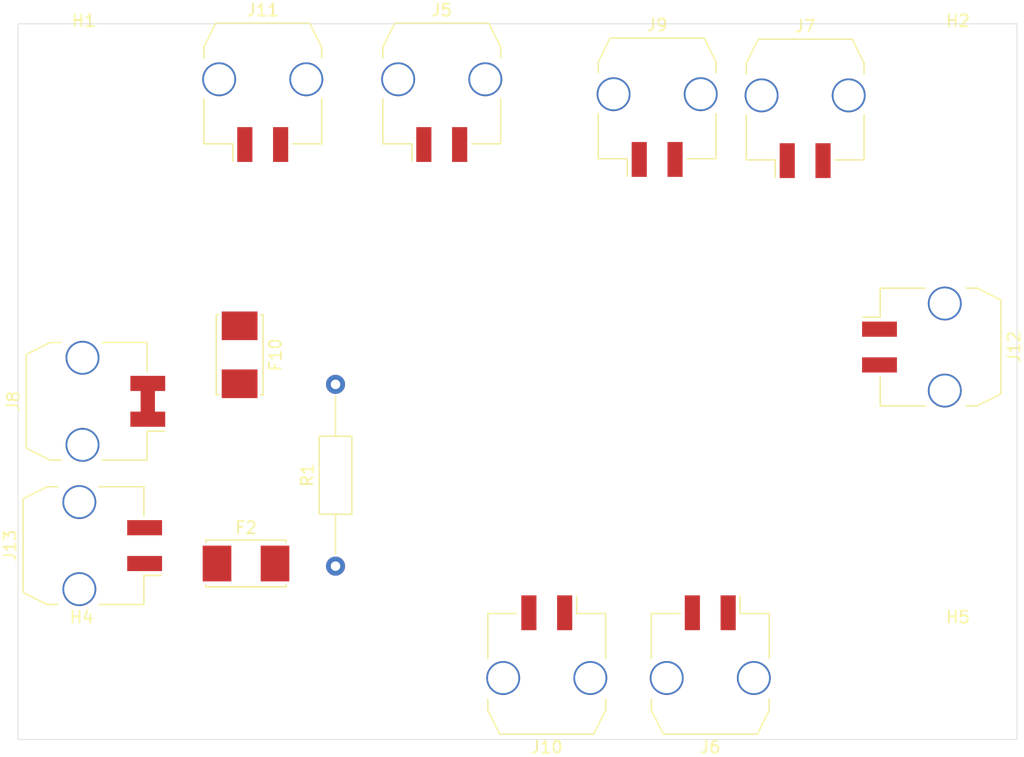
<source format=kicad_pcb>
(kicad_pcb (version 20241229) (generator "pcbnew") (generator_version "9.0")
  (layers (0 "F.Cu" signal) (2 "B.Cu" signal) (13 "F.Paste" user) (15 "B.Paste" user) (5 "F.SilkS" user "F.Silkscreen") (7 "B.SilkS" user "B.Silkscreen") (1 "F.Mask" user) (3 "B.Mask" user) (25 "Edge.Cuts" user))
  (net 0 "")
  (net 1 "/precharge")
  (net 2 "Net-(F2-Pad2)")
  (net 3 "/fused_TS+")
  (net 4 "TS+")
  (net 5 "TS-")
  (footprint "Connector_Molex:Molex_Micro-Fit_3.0_43650-0210_1x02-1MP_P3.00mm_Horizontal_PnP" (layer "F.Cu") (at 84.985 113.75 90)
    (property "Reference" "J13" (at 0 -6.15 90) (layer "F.SilkS"))
    (property "Value" "AIR+")
    (fp_line (start 3.935 -5.06) (end 4.935 -3.06) (stroke (width 0.12)) (layer "F.SilkS"))
    (fp_line (start 0 -5.06) (end 3.935 -5.06) (stroke (width 0.12)) (layer "F.SilkS"))
    (fp_line (start 0 -5.06) (end -3.935 -5.06) (stroke (width 0.12)) (layer "F.SilkS"))
    (fp_line (start -3.935 -5.06) (end -4.935 -3.06) (stroke (width 0.12)) (layer "F.SilkS"))
    (fp_line (start 4.935 -3.06) (end 4.935 -2.14) (stroke (width 0.12)) (layer "F.SilkS"))
    (fp_line (start -4.935 -3.06) (end -4.935 -2.14) (stroke (width 0.12)) (layer "F.SilkS"))
    (fp_line (start 4.935 1.29) (end 4.935 5.06) (stroke (width 0.12)) (layer "F.SilkS"))
    (fp_line (start -4.935 1.29) (end -4.935 5.06) (stroke (width 0.12)) (layer "F.SilkS"))
    (fp_line (start 4.935 5.06) (end 2.505 5.06) (stroke (width 0.12)) (layer "F.SilkS"))
    (fp_line (start -2.505 5.06) (end -2.505 6.52) (stroke (width 0.12)) (layer "F.SilkS"))
    (fp_line (start -4.935 5.06) (end -2.505 5.06) (stroke (width 0.12)) (layer "F.SilkS"))
    (pad "1" smd rect (at -1.5 5.12 90) (size 1.27 2.92) (layers "F.Cu" "F.Mask" "F.Paste") (net 1 "/precharge"))
    (pad "2" smd rect (at 1.5 5.12 90) (size 1.27 2.92) (layers "F.Cu" "F.Mask" "F.Paste") (net 1 "/precharge"))
    (pad "MP" thru_hole circle (at -3.65 -0.35 90) (size 2.84 2.84) (drill 2.54) (property pad_prop_heatsink) (layers "*.Cu" "*.Mask"))
    (pad "MP" thru_hole circle (at 3.65 -0.35 90) (size 2.84 2.84) (drill 2.54) (property pad_prop_heatsink) (layers "*.Cu" "*.Mask"))
  )
  (footprint "Fuse:Fuseholder_Littelfuse_Nano2_157x" (layer "F.Cu") (at 98.065 97.75 -90)
    (property "Reference" "F10" (at 0 -3 90) (layer "F.SilkS"))
    (property "Value" "Fuse")
    (fp_line (start -3.36 1.96) (end 3.36 1.96) (stroke (width 0.12)) (layer "F.SilkS"))
    (fp_line (start -3.36 1.76) (end -3.36 1.96) (stroke (width 0.12)) (layer "F.SilkS"))
    (fp_line (start 3.36 1.76) (end 3.36 1.96) (stroke (width 0.12)) (layer "F.SilkS"))
    (fp_line (start -3.36 -1.96) (end -3.36 -1.76) (stroke (width 0.12)) (layer "F.SilkS"))
    (fp_line (start -3.36 -1.96) (end 3.36 -1.96) (stroke (width 0.12)) (layer "F.SilkS"))
    (fp_line (start 3.36 -1.96) (end 3.36 -1.76) (stroke (width 0.12)) (layer "F.SilkS"))
    (pad "1" smd rect (at -2.43 0 270) (size 2.4 3) (layers "F.Cu" "F.Mask" "F.Paste") (net 3 "/fused_TS+"))
    (pad "2" smd rect (at 2.43 0 270) (size 2.4 3) (layers "F.Cu" "F.Mask" "F.Paste") (net 4 "TS+"))
  )
  (footprint "Connector_Molex:Molex_Micro-Fit_3.0_43650-0210_1x02-1MP_P3.00mm_Horizontal_PnP" (layer "F.Cu") (at 115 75)
    (property "Reference" "J5" (at 0 -6.15 0) (layer "F.SilkS"))
    (property "Value" "IMD+")
    (fp_line (start -4.935 -3.06) (end -4.935 -2.14) (stroke (width 0.12)) (layer "F.SilkS"))
    (fp_line (start -4.935 1.29) (end -4.935 5.06) (stroke (width 0.12)) (layer "F.SilkS"))
    (fp_line (start -4.935 5.06) (end -2.505 5.06) (stroke (width 0.12)) (layer "F.SilkS"))
    (fp_line (start -3.935 -5.06) (end -4.935 -3.06) (stroke (width 0.12)) (layer "F.SilkS"))
    (fp_line (start -2.505 5.06) (end -2.505 6.52) (stroke (width 0.12)) (layer "F.SilkS"))
    (fp_line (start 0 -5.06) (end -3.935 -5.06) (stroke (width 0.12)) (layer "F.SilkS"))
    (fp_line (start 0 -5.06) (end 3.935 -5.06) (stroke (width 0.12)) (layer "F.SilkS"))
    (fp_line (start 3.935 -5.06) (end 4.935 -3.06) (stroke (width 0.12)) (layer "F.SilkS"))
    (fp_line (start 4.935 -3.06) (end 4.935 -2.14) (stroke (width 0.12)) (layer "F.SilkS"))
    (fp_line (start 4.935 1.29) (end 4.935 5.06) (stroke (width 0.12)) (layer "F.SilkS"))
    (fp_line (start 4.935 5.06) (end 2.505 5.06) (stroke (width 0.12)) (layer "F.SilkS"))
    (pad "1" smd rect (at -1.5 5.12) (size 1.27 2.92) (layers "F.Cu" "F.Mask" "F.Paste") (net 3 "/fused_TS+"))
    (pad "2" smd rect (at 1.5 5.12) (size 1.27 2.92) (layers "F.Cu" "F.Mask" "F.Paste") (net 3 "/fused_TS+"))
    (pad "MP" thru_hole circle (at -3.65 -0.35) (size 2.84 2.84) (drill 2.54) (property pad_prop_heatsink) (layers "*.Cu" "*.Mask"))
    (pad "MP" thru_hole circle (at 3.65 -0.35) (size 2.84 2.84) (drill 2.54) (property pad_prop_heatsink) (layers "*.Cu" "*.Mask"))
  )
  (footprint "Resistor_THT:R_Axial_DIN0207_L6.3mm_D2.5mm_P15.24mm_Horizontal" (layer "F.Cu") (at 106.1 115.47 90)
    (property "Reference" "R1" (at 7.62 -2.37 90) (layer "F.SilkS"))
    (property "Value" "3K9")
    (fp_line (start 10.89 -1.37) (end 4.35 -1.37) (stroke (width 0.12)) (layer "F.SilkS"))
    (fp_line (start 4.35 -1.37) (end 4.35 1.37) (stroke (width 0.12)) (layer "F.SilkS"))
    (fp_line (start 14.2 0) (end 10.89 0) (stroke (width 0.12)) (layer "F.SilkS"))
    (fp_line (start 1.04 0) (end 4.35 0) (stroke (width 0.12)) (layer "F.SilkS"))
    (fp_line (start 10.89 1.37) (end 10.89 -1.37) (stroke (width 0.12)) (layer "F.SilkS"))
    (fp_line (start 4.35 1.37) (end 10.89 1.37) (stroke (width 0.12)) (layer "F.SilkS"))
    (pad "1" thru_hole circle (at 0 0 90) (size 1.6 1.6) (drill 0.8) (layers "*.Cu" "*.Mask") (net 2 "Net-(F2-Pad2)"))
    (pad "2" thru_hole oval (at 15.24 0 90) (size 1.6 1.6) (drill 0.8) (layers "*.Cu" "*.Mask") (net 4 "TS+"))
  )
  (footprint "Connector_Molex:Molex_Micro-Fit_3.0_43650-0210_1x02-1MP_P3.00mm_Horizontal_PnP" (layer "F.Cu") (at 133.05 76.25)
    (property "Reference" "J9" (at 0 -6.15 0) (layer "F.SilkS"))
    (property "Value" "TSAL_green-")
    (fp_line (start -4.935 -3.06) (end -4.935 -2.14) (stroke (width 0.12)) (layer "F.SilkS"))
    (fp_line (start -4.935 1.29) (end -4.935 5.06) (stroke (width 0.12)) (layer "F.SilkS"))
    (fp_line (start -4.935 5.06) (end -2.505 5.06) (stroke (width 0.12)) (layer "F.SilkS"))
    (fp_line (start -3.935 -5.06) (end -4.935 -3.06) (stroke (width 0.12)) (layer "F.SilkS"))
    (fp_line (start -2.505 5.06) (end -2.505 6.52) (stroke (width 0.12)) (layer "F.SilkS"))
    (fp_line (start 0 -5.06) (end -3.935 -5.06) (stroke (width 0.12)) (layer "F.SilkS"))
    (fp_line (start 0 -5.06) (end 3.935 -5.06) (stroke (width 0.12)) (layer "F.SilkS"))
    (fp_line (start 3.935 -5.06) (end 4.935 -3.06) (stroke (width 0.12)) (layer "F.SilkS"))
    (fp_line (start 4.935 -3.06) (end 4.935 -2.14) (stroke (width 0.12)) (layer "F.SilkS"))
    (fp_line (start 4.935 1.29) (end 4.935 5.06) (stroke (width 0.12)) (layer "F.SilkS"))
    (fp_line (start 4.935 5.06) (end 2.505 5.06) (stroke (width 0.12)) (layer "F.SilkS"))
    (pad "1" smd rect (at -1.5 5.12) (size 1.27 2.92) (layers "F.Cu" "F.Mask" "F.Paste") (net 5 "TS-"))
    (pad "2" smd rect (at 1.5 5.12) (size 1.27 2.92) (layers "F.Cu" "F.Mask" "F.Paste") (net 5 "TS-"))
    (pad "MP" thru_hole circle (at -3.65 -0.35) (size 2.84 2.84) (drill 2.54) (property pad_prop_heatsink) (layers "*.Cu" "*.Mask"))
    (pad "MP" thru_hole circle (at 3.65 -0.35) (size 2.84 2.84) (drill 2.54) (property pad_prop_heatsink) (layers "*.Cu" "*.Mask"))
  )
  (footprint "MountingHole:MountingHole_4.3mm_M4" (layer "F.Cu") (at 85 75)
    (property "Reference" "H1" (at 0 -5.25 0) (layer "F.SilkS"))
    (property "Value" "MountingHole")
    (pad "" np_thru_hole circle (at 0 0) (size 4.3 4.3) (drill 4.3) (layers "*.Cu" "*.Mask"))
  )
  (footprint "MountingHole:MountingHole_4.3mm_M4" (layer "F.Cu") (at 85 125)
    (property "Reference" "H4" (at -0.165 -5.25 0) (layer "F.SilkS"))
    (property "Value" "MountingHole")
    (pad "" np_thru_hole circle (at 0 0) (size 4.3 4.3) (drill 4.3) (layers "*.Cu" "*.Mask"))
  )
  (footprint "Connector_Molex:Molex_Micro-Fit_3.0_43650-0210_1x02-1MP_P3.00mm_Horizontal_PnP" (layer "F.Cu") (at 85.25 101.65 90)
    (property "Reference" "J8" (at 0 -6.15 90) (layer "F.SilkS"))
    (property "Value" "AIR+")
    (fp_line (start 3.935 -5.06) (end 4.935 -3.06) (stroke (width 0.12)) (layer "F.SilkS"))
    (fp_line (start 0 -5.06) (end 3.935 -5.06) (stroke (width 0.12)) (layer "F.SilkS"))
    (fp_line (start 0 -5.06) (end -3.935 -5.06) (stroke (width 0.12)) (layer "F.SilkS"))
    (fp_line (start -3.935 -5.06) (end -4.935 -3.06) (stroke (width 0.12)) (layer "F.SilkS"))
    (fp_line (start 4.935 -3.06) (end 4.935 -2.14) (stroke (width 0.12)) (layer "F.SilkS"))
    (fp_line (start -4.935 -3.06) (end -4.935 -2.14) (stroke (width 0.12)) (layer "F.SilkS"))
    (fp_line (start 4.935 1.29) (end 4.935 5.06) (stroke (width 0.12)) (layer "F.SilkS"))
    (fp_line (start -4.935 1.29) (end -4.935 5.06) (stroke (width 0.12)) (layer "F.SilkS"))
    (fp_line (start 4.935 5.06) (end 2.505 5.06) (stroke (width 0.12)) (layer "F.SilkS"))
    (fp_line (start -2.505 5.06) (end -2.505 6.52) (stroke (width 0.12)) (layer "F.SilkS"))
    (fp_line (start -4.935 5.06) (end -2.505 5.06) (stroke (width 0.12)) (layer "F.SilkS"))
    (pad "1" smd rect (at -1.5 5.12 90) (size 1.27 2.92) (layers "F.Cu" "F.Mask" "F.Paste") (net 4 "TS+"))
    (pad "2" smd rect (at 1.5 5.12 90) (size 1.27 2.92) (layers "F.Cu" "F.Mask" "F.Paste") (net 4 "TS+"))
    (pad "MP" thru_hole circle (at -3.65 -0.35 90) (size 2.84 2.84) (drill 2.54) (property pad_prop_heatsink) (layers "*.Cu" "*.Mask"))
    (pad "MP" thru_hole circle (at 3.65 -0.35 90) (size 2.84 2.84) (drill 2.54) (property pad_prop_heatsink) (layers "*.Cu" "*.Mask"))
  )
  (footprint "MountingHole:MountingHole_4.3mm_M4" (layer "F.Cu") (at 158.25 75)
    (property "Reference" "H2" (at 0 -5.25 0) (layer "F.SilkS"))
    (property "Value" "MountingHole")
    (pad "" np_thru_hole circle (at 0 0) (size 4.3 4.3) (drill 4.3) (layers "*.Cu" "*.Mask"))
  )
  (footprint "Fuse:Fuseholder_Littelfuse_Nano2_157x" (layer "F.Cu") (at 98.6 115.25)
    (property "Reference" "F2" (at 0 -3 0) (layer "F.SilkS"))
    (property "Value" "Fuse")
    (fp_line (start -3.36 -1.96) (end -3.36 -1.76) (stroke (width 0.12)) (layer "F.SilkS"))
    (fp_line (start -3.36 -1.96) (end 3.36 -1.96) (stroke (width 0.12)) (layer "F.SilkS"))
    (fp_line (start -3.36 1.76) (end -3.36 1.96) (stroke (width 0.12)) (layer "F.SilkS"))
    (fp_line (start -3.36 1.96) (end 3.36 1.96) (stroke (width 0.12)) (layer "F.SilkS"))
    (fp_line (start 3.36 -1.96) (end 3.36 -1.76) (stroke (width 0.12)) (layer "F.SilkS"))
    (fp_line (start 3.36 1.76) (end 3.36 1.96) (stroke (width 0.12)) (layer "F.SilkS"))
    (pad "1" smd rect (at -2.43 0) (size 2.4 3) (layers "F.Cu" "F.Mask" "F.Paste") (net 1 "/precharge"))
    (pad "2" smd rect (at 2.43 0) (size 2.4 3) (layers "F.Cu" "F.Mask" "F.Paste") (net 2 "Net-(F2-Pad2)"))
  )
  (footprint "Connector_Molex:Molex_Micro-Fit_3.0_43650-0210_1x02-1MP_P3.00mm_Horizontal_PnP" (layer "F.Cu") (at 145.45 76.35)
    (property "Reference" "J7" (at 0 -6.15 0) (layer "F.SilkS"))
    (property "Value" "TSAL_green+")
    (fp_line (start -4.935 -3.06) (end -4.935 -2.14) (stroke (width 0.12)) (layer "F.SilkS"))
    (fp_line (start -4.935 1.29) (end -4.935 5.06) (stroke (width 0.12)) (layer "F.SilkS"))
    (fp_line (start -4.935 5.06) (end -2.505 5.06) (stroke (width 0.12)) (layer "F.SilkS"))
    (fp_line (start -3.935 -5.06) (end -4.935 -3.06) (stroke (width 0.12)) (layer "F.SilkS"))
    (fp_line (start -2.505 5.06) (end -2.505 6.52) (stroke (width 0.12)) (layer "F.SilkS"))
    (fp_line (start 0 -5.06) (end -3.935 -5.06) (stroke (width 0.12)) (layer "F.SilkS"))
    (fp_line (start 0 -5.06) (end 3.935 -5.06) (stroke (width 0.12)) (layer "F.SilkS"))
    (fp_line (start 3.935 -5.06) (end 4.935 -3.06) (stroke (width 0.12)) (layer "F.SilkS"))
    (fp_line (start 4.935 -3.06) (end 4.935 -2.14) (stroke (width 0.12)) (layer "F.SilkS"))
    (fp_line (start 4.935 1.29) (end 4.935 5.06) (stroke (width 0.12)) (layer "F.SilkS"))
    (fp_line (start 4.935 5.06) (end 2.505 5.06) (stroke (width 0.12)) (layer "F.SilkS"))
    (pad "1" smd rect (at -1.5 5.12) (size 1.27 2.92) (layers "F.Cu" "F.Mask" "F.Paste") (net 3 "/fused_TS+"))
    (pad "2" smd rect (at 1.5 5.12) (size 1.27 2.92) (layers "F.Cu" "F.Mask" "F.Paste") (net 3 "/fused_TS+"))
    (pad "MP" thru_hole circle (at -3.65 -0.35) (size 2.84 2.84) (drill 2.54) (property pad_prop_heatsink) (layers "*.Cu" "*.Mask"))
    (pad "MP" thru_hole circle (at 3.65 -0.35) (size 2.84 2.84) (drill 2.54) (property pad_prop_heatsink) (layers "*.Cu" "*.Mask"))
  )
  (footprint "MountingHole:MountingHole_4.3mm_M4" (layer "F.Cu") (at 158.25 125)
    (property "Reference" "H5" (at 0 -5.25 0) (layer "F.SilkS"))
    (property "Value" "MountingHole")
    (pad "" np_thru_hole circle (at 0 0) (size 4.3 4.3) (drill 4.3) (layers "*.Cu" "*.Mask"))
  )
  (footprint "Connector_Molex:Molex_Micro-Fit_3.0_43650-0210_1x02-1MP_P3.00mm_Horizontal_PnP" (layer "F.Cu") (at 123.8 124.5 180)
    (property "Reference" "J10" (at 0 -6.15 0) (layer "F.SilkS"))
    (property "Value" "Voltmeter-")
    (fp_line (start 4.935 5.06) (end 2.505 5.06) (stroke (width 0.12)) (layer "F.SilkS"))
    (fp_line (start 4.935 1.29) (end 4.935 5.06) (stroke (width 0.12)) (layer "F.SilkS"))
    (fp_line (start 4.935 -3.06) (end 4.935 -2.14) (stroke (width 0.12)) (layer "F.SilkS"))
    (fp_line (start 3.935 -5.06) (end 4.935 -3.06) (stroke (width 0.12)) (layer "F.SilkS"))
    (fp_line (start 0 -5.06) (end 3.935 -5.06) (stroke (width 0.12)) (layer "F.SilkS"))
    (fp_line (start 0 -5.06) (end -3.935 -5.06) (stroke (width 0.12)) (layer "F.SilkS"))
    (fp_line (start -2.505 5.06) (end -2.505 6.52) (stroke (width 0.12)) (layer "F.SilkS"))
    (fp_line (start -3.935 -5.06) (end -4.935 -3.06) (stroke (width 0.12)) (layer "F.SilkS"))
    (fp_line (start -4.935 5.06) (end -2.505 5.06) (stroke (width 0.12)) (layer "F.SilkS"))
    (fp_line (start -4.935 1.29) (end -4.935 5.06) (stroke (width 0.12)) (layer "F.SilkS"))
    (fp_line (start -4.935 -3.06) (end -4.935 -2.14) (stroke (width 0.12)) (layer "F.SilkS"))
    (pad "1" smd rect (at -1.5 5.12 180) (size 1.27 2.92) (layers "F.Cu" "F.Mask" "F.Paste") (net 5 "TS-"))
    (pad "2" smd rect (at 1.5 5.12 180) (size 1.27 2.92) (layers "F.Cu" "F.Mask" "F.Paste") (net 5 "TS-"))
    (pad "MP" thru_hole circle (at -3.65 -0.35 180) (size 2.84 2.84) (drill 2.54) (property pad_prop_heatsink) (layers "*.Cu" "*.Mask"))
    (pad "MP" thru_hole circle (at 3.65 -0.35 180) (size 2.84 2.84) (drill 2.54) (property pad_prop_heatsink) (layers "*.Cu" "*.Mask"))
  )
  (footprint "Connector_Molex:Molex_Micro-Fit_3.0_43650-0210_1x02-1MP_P3.00mm_Horizontal_PnP" (layer "F.Cu") (at 156.8 97.1 -90)
    (property "Reference" "J12" (at 0 -6.15 90) (layer "F.SilkS"))
    (property "Value" "AIR-")
    (fp_line (start -4.935 5.06) (end -2.505 5.06) (stroke (width 0.12)) (layer "F.SilkS"))
    (fp_line (start -2.505 5.06) (end -2.505 6.52) (stroke (width 0.12)) (layer "F.SilkS"))
    (fp_line (start 4.935 5.06) (end 2.505 5.06) (stroke (width 0.12)) (layer "F.SilkS"))
    (fp_line (start -4.935 1.29) (end -4.935 5.06) (stroke (width 0.12)) (layer "F.SilkS"))
    (fp_line (start 4.935 1.29) (end 4.935 5.06) (stroke (width 0.12)) (layer "F.SilkS"))
    (fp_line (start -4.935 -3.06) (end -4.935 -2.14) (stroke (width 0.12)) (layer "F.SilkS"))
    (fp_line (start 4.935 -3.06) (end 4.935 -2.14) (stroke (width 0.12)) (layer "F.SilkS"))
    (fp_line (start -3.935 -5.06) (end -4.935 -3.06) (stroke (width 0.12)) (layer "F.SilkS"))
    (fp_line (start 0 -5.06) (end -3.935 -5.06) (stroke (width 0.12)) (layer "F.SilkS"))
    (fp_line (start 0 -5.06) (end 3.935 -5.06) (stroke (width 0.12)) (layer "F.SilkS"))
    (fp_line (start 3.935 -5.06) (end 4.935 -3.06) (stroke (width 0.12)) (layer "F.SilkS"))
    (pad "1" smd rect (at -1.5 5.12 270) (size 1.27 2.92) (layers "F.Cu" "F.Mask" "F.Paste") (net 5 "TS-"))
    (pad "2" smd rect (at 1.5 5.12 270) (size 1.27 2.92) (layers "F.Cu" "F.Mask" "F.Paste") (net 5 "TS-"))
    (pad "MP" thru_hole circle (at -3.65 -0.35 270) (size 2.84 2.84) (drill 2.54) (property pad_prop_heatsink) (layers "*.Cu" "*.Mask"))
    (pad "MP" thru_hole circle (at 3.65 -0.35 270) (size 2.84 2.84) (drill 2.54) (property pad_prop_heatsink) (layers "*.Cu" "*.Mask"))
  )
  (footprint "Connector_Molex:Molex_Micro-Fit_3.0_43650-0210_1x02-1MP_P3.00mm_Horizontal_PnP" (layer "F.Cu") (at 137.5 124.5 180)
    (property "Reference" "J6" (at 0 -6.15 0) (layer "F.SilkS"))
    (property "Value" "Voltmeter+")
    (fp_line (start 4.935 5.06) (end 2.505 5.06) (stroke (width 0.12)) (layer "F.SilkS"))
    (fp_line (start 4.935 1.29) (end 4.935 5.06) (stroke (width 0.12)) (layer "F.SilkS"))
    (fp_line (start 4.935 -3.06) (end 4.935 -2.14) (stroke (width 0.12)) (layer "F.SilkS"))
    (fp_line (start 3.935 -5.06) (end 4.935 -3.06) (stroke (width 0.12)) (layer "F.SilkS"))
    (fp_line (start 0 -5.06) (end 3.935 -5.06) (stroke (width 0.12)) (layer "F.SilkS"))
    (fp_line (start 0 -5.06) (end -3.935 -5.06) (stroke (width 0.12)) (layer "F.SilkS"))
    (fp_line (start -2.505 5.06) (end -2.505 6.52) (stroke (width 0.12)) (layer "F.SilkS"))
    (fp_line (start -3.935 -5.06) (end -4.935 -3.06) (stroke (width 0.12)) (layer "F.SilkS"))
    (fp_line (start -4.935 5.06) (end -2.505 5.06) (stroke (width 0.12)) (layer "F.SilkS"))
    (fp_line (start -4.935 1.29) (end -4.935 5.06) (stroke (width 0.12)) (layer "F.SilkS"))
    (fp_line (start -4.935 -3.06) (end -4.935 -2.14) (stroke (width 0.12)) (layer "F.SilkS"))
    (pad "1" smd rect (at -1.5 5.12 180) (size 1.27 2.92) (layers "F.Cu" "F.Mask" "F.Paste") (net 3 "/fused_TS+"))
    (pad "2" smd rect (at 1.5 5.12 180) (size 1.27 2.92) (layers "F.Cu" "F.Mask" "F.Paste") (net 3 "/fused_TS+"))
    (pad "MP" thru_hole circle (at -3.65 -0.35 180) (size 2.84 2.84) (drill 2.54) (property pad_prop_heatsink) (layers "*.Cu" "*.Mask"))
    (pad "MP" thru_hole circle (at 3.65 -0.35 180) (size 2.84 2.84) (drill 2.54) (property pad_prop_heatsink) (layers "*.Cu" "*.Mask"))
  )
  (footprint "Connector_Molex:Molex_Micro-Fit_3.0_43650-0210_1x02-1MP_P3.00mm_Horizontal_PnP" (layer "F.Cu") (at 100 75)
    (property "Reference" "J11" (at 0 -6.15 0) (layer "F.SilkS"))
    (property "Value" "IMD-")
    (fp_line (start -4.935 -3.06) (end -4.935 -2.14) (stroke (width 0.12)) (layer "F.SilkS"))
    (fp_line (start -4.935 1.29) (end -4.935 5.06) (stroke (width 0.12)) (layer "F.SilkS"))
    (fp_line (start -4.935 5.06) (end -2.505 5.06) (stroke (width 0.12)) (layer "F.SilkS"))
    (fp_line (start -3.935 -5.06) (end -4.935 -3.06) (stroke (width 0.12)) (layer "F.SilkS"))
    (fp_line (start -2.505 5.06) (end -2.505 6.52) (stroke (width 0.12)) (layer "F.SilkS"))
    (fp_line (start 0 -5.06) (end -3.935 -5.06) (stroke (width 0.12)) (layer "F.SilkS"))
    (fp_line (start 0 -5.06) (end 3.935 -5.06) (stroke (width 0.12)) (layer "F.SilkS"))
    (fp_line (start 3.935 -5.06) (end 4.935 -3.06) (stroke (width 0.12)) (layer "F.SilkS"))
    (fp_line (start 4.935 -3.06) (end 4.935 -2.14) (stroke (width 0.12)) (layer "F.SilkS"))
    (fp_line (start 4.935 1.29) (end 4.935 5.06) (stroke (width 0.12)) (layer "F.SilkS"))
    (fp_line (start 4.935 5.06) (end 2.505 5.06) (stroke (width 0.12)) (layer "F.SilkS"))
    (pad "1" smd rect (at -1.5 5.12) (size 1.27 2.92) (layers "F.Cu" "F.Mask" "F.Paste") (net 5 "TS-"))
    (pad "2" smd rect (at 1.5 5.12) (size 1.27 2.92) (layers "F.Cu" "F.Mask" "F.Paste") (net 5 "TS-"))
    (pad "MP" thru_hole circle (at -3.65 -0.35) (size 2.84 2.84) (drill 2.54) (property pad_prop_heatsink) (layers "*.Cu" "*.Mask"))
    (pad "MP" thru_hole circle (at 3.65 -0.35) (size 2.84 2.84) (drill 2.54) (property pad_prop_heatsink) (layers "*.Cu" "*.Mask"))
  )
  (gr_rect (start 79.5 70) (end 163.2 130) (stroke (width 0.05)) (fill no) (layer "Edge.Cuts"))
  (segment (start 90.37 103.15) (end 90.37 100.15) (width 1.2) (layer "F.Cu") (net 4))
)
</source>
